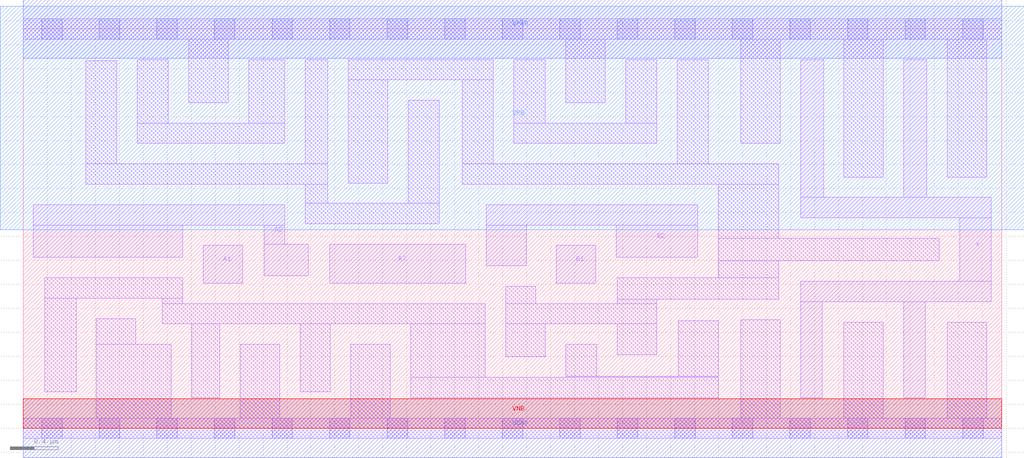
<source format=lef>
# Copyright 2020 The SkyWater PDK Authors
#
# Licensed under the Apache License, Version 2.0 (the "License");
# you may not use this file except in compliance with the License.
# You may obtain a copy of the License at
#
#     https://www.apache.org/licenses/LICENSE-2.0
#
# Unless required by applicable law or agreed to in writing, software
# distributed under the License is distributed on an "AS IS" BASIS,
# WITHOUT WARRANTIES OR CONDITIONS OF ANY KIND, either express or implied.
# See the License for the specific language governing permissions and
# limitations under the License.
#
# SPDX-License-Identifier: Apache-2.0

VERSION 5.7 ;
  NOWIREEXTENSIONATPIN ON ;
  DIVIDERCHAR "/" ;
  BUSBITCHARS "[]" ;
MACRO sky130_fd_sc_lp__o32a_4
  CLASS CORE ;
  FOREIGN sky130_fd_sc_lp__o32a_4 ;
  ORIGIN  0.000000  0.000000 ;
  SIZE  8.160000 BY  3.330000 ;
  SYMMETRY X Y R90 ;
  SITE unit ;
  PIN A1
    ANTENNAGATEAREA  0.630000 ;
    DIRECTION INPUT ;
    USE SIGNAL ;
    PORT
      LAYER li1 ;
        RECT 1.500000 1.210000 1.830000 1.525000 ;
    END
  END A1
  PIN A2
    ANTENNAGATEAREA  0.630000 ;
    DIRECTION INPUT ;
    USE SIGNAL ;
    PORT
      LAYER li1 ;
        RECT 0.085000 1.425000 1.330000 1.695000 ;
        RECT 0.085000 1.695000 2.180000 1.865000 ;
        RECT 2.010000 1.270000 2.375000 1.535000 ;
        RECT 2.010000 1.535000 2.180000 1.695000 ;
    END
  END A2
  PIN A3
    ANTENNAGATEAREA  0.630000 ;
    DIRECTION INPUT ;
    USE SIGNAL ;
    PORT
      LAYER li1 ;
        RECT 2.555000 1.210000 3.690000 1.535000 ;
    END
  END A3
  PIN B1
    ANTENNAGATEAREA  0.630000 ;
    DIRECTION INPUT ;
    USE SIGNAL ;
    PORT
      LAYER li1 ;
        RECT 4.445000 1.210000 4.775000 1.525000 ;
    END
  END B1
  PIN B2
    ANTENNAGATEAREA  0.630000 ;
    DIRECTION INPUT ;
    USE SIGNAL ;
    PORT
      LAYER li1 ;
        RECT 3.860000 1.355000 4.195000 1.695000 ;
        RECT 3.860000 1.695000 5.625000 1.865000 ;
        RECT 4.945000 1.425000 5.625000 1.695000 ;
    END
  END B2
  PIN X
    ANTENNADIFFAREA  1.176000 ;
    DIRECTION OUTPUT ;
    USE SIGNAL ;
    PORT
      LAYER li1 ;
        RECT 6.485000 0.255000 6.665000 1.055000 ;
        RECT 6.485000 1.055000 8.075000 1.225000 ;
        RECT 6.485000 1.755000 8.075000 1.925000 ;
        RECT 6.485000 1.925000 6.675000 3.075000 ;
        RECT 7.345000 0.255000 7.525000 1.055000 ;
        RECT 7.345000 1.925000 7.535000 3.075000 ;
        RECT 7.810000 1.225000 8.075000 1.755000 ;
    END
  END X
  PIN VGND
    DIRECTION INOUT ;
    USE GROUND ;
    PORT
      LAYER met1 ;
        RECT 0.000000 -0.245000 8.160000 0.245000 ;
    END
  END VGND
  PIN VNB
    DIRECTION INOUT ;
    USE GROUND ;
    PORT
      LAYER pwell ;
        RECT 0.000000 0.000000 8.160000 0.245000 ;
    END
  END VNB
  PIN VPB
    DIRECTION INOUT ;
    USE POWER ;
    PORT
      LAYER nwell ;
        RECT -0.190000 1.655000 8.350000 3.520000 ;
    END
  END VPB
  PIN VPWR
    DIRECTION INOUT ;
    USE POWER ;
    PORT
      LAYER met1 ;
        RECT 0.000000 3.085000 8.160000 3.575000 ;
    END
  END VPWR
  OBS
    LAYER li1 ;
      RECT 0.000000 -0.085000 8.160000 0.085000 ;
      RECT 0.000000  3.245000 8.160000 3.415000 ;
      RECT 0.180000  0.305000 0.440000 1.085000 ;
      RECT 0.180000  1.085000 1.330000 1.255000 ;
      RECT 0.520000  2.035000 2.540000 2.205000 ;
      RECT 0.520000  2.205000 0.780000 3.065000 ;
      RECT 0.610000  0.085000 1.235000 0.700000 ;
      RECT 0.610000  0.700000 0.940000 0.915000 ;
      RECT 0.950000  2.375000 2.180000 2.545000 ;
      RECT 0.950000  2.545000 1.210000 3.075000 ;
      RECT 1.160000  0.870000 3.855000 1.040000 ;
      RECT 1.160000  1.040000 1.330000 1.085000 ;
      RECT 1.380000  2.715000 1.710000 3.245000 ;
      RECT 1.405000  0.255000 1.640000 0.870000 ;
      RECT 1.810000  0.085000 2.140000 0.700000 ;
      RECT 1.880000  2.545000 2.180000 3.075000 ;
      RECT 2.310000  0.305000 2.560000 0.870000 ;
      RECT 2.350000  1.705000 3.470000 1.875000 ;
      RECT 2.350000  1.875000 2.540000 2.035000 ;
      RECT 2.350000  2.205000 2.540000 3.075000 ;
      RECT 2.710000  2.045000 3.040000 2.905000 ;
      RECT 2.710000  2.905000 3.920000 3.075000 ;
      RECT 2.730000  0.085000 3.060000 0.700000 ;
      RECT 3.210000  1.875000 3.470000 2.735000 ;
      RECT 3.230000  0.255000 5.795000 0.425000 ;
      RECT 3.230000  0.425000 3.855000 0.870000 ;
      RECT 3.660000  2.035000 6.300000 2.205000 ;
      RECT 3.660000  2.205000 3.920000 2.905000 ;
      RECT 4.025000  0.595000 4.355000 0.870000 ;
      RECT 4.025000  0.870000 5.285000 1.040000 ;
      RECT 4.025000  1.040000 4.275000 1.185000 ;
      RECT 4.090000  2.375000 5.285000 2.545000 ;
      RECT 4.090000  2.545000 4.355000 3.075000 ;
      RECT 4.525000  0.425000 5.795000 0.435000 ;
      RECT 4.525000  0.435000 4.785000 0.700000 ;
      RECT 4.525000  2.715000 4.855000 3.245000 ;
      RECT 4.955000  0.615000 5.285000 0.870000 ;
      RECT 4.955000  1.040000 5.285000 1.075000 ;
      RECT 4.955000  1.075000 6.300000 1.255000 ;
      RECT 5.025000  2.545000 5.285000 3.075000 ;
      RECT 5.455000  2.205000 5.715000 3.075000 ;
      RECT 5.465000  0.435000 5.795000 0.895000 ;
      RECT 5.795000  1.255000 6.300000 1.395000 ;
      RECT 5.795000  1.395000 7.640000 1.585000 ;
      RECT 5.795000  1.585000 6.300000 2.035000 ;
      RECT 5.985000  0.085000 6.315000 0.905000 ;
      RECT 5.985000  2.375000 6.315000 3.245000 ;
      RECT 6.845000  0.085000 7.175000 0.885000 ;
      RECT 6.845000  2.095000 7.175000 3.245000 ;
      RECT 7.705000  0.085000 8.035000 0.885000 ;
      RECT 7.705000  2.095000 8.035000 3.245000 ;
    LAYER mcon ;
      RECT 0.155000 -0.085000 0.325000 0.085000 ;
      RECT 0.155000  3.245000 0.325000 3.415000 ;
      RECT 0.635000 -0.085000 0.805000 0.085000 ;
      RECT 0.635000  3.245000 0.805000 3.415000 ;
      RECT 1.115000 -0.085000 1.285000 0.085000 ;
      RECT 1.115000  3.245000 1.285000 3.415000 ;
      RECT 1.595000 -0.085000 1.765000 0.085000 ;
      RECT 1.595000  3.245000 1.765000 3.415000 ;
      RECT 2.075000 -0.085000 2.245000 0.085000 ;
      RECT 2.075000  3.245000 2.245000 3.415000 ;
      RECT 2.555000 -0.085000 2.725000 0.085000 ;
      RECT 2.555000  3.245000 2.725000 3.415000 ;
      RECT 3.035000 -0.085000 3.205000 0.085000 ;
      RECT 3.035000  3.245000 3.205000 3.415000 ;
      RECT 3.515000 -0.085000 3.685000 0.085000 ;
      RECT 3.515000  3.245000 3.685000 3.415000 ;
      RECT 3.995000 -0.085000 4.165000 0.085000 ;
      RECT 3.995000  3.245000 4.165000 3.415000 ;
      RECT 4.475000 -0.085000 4.645000 0.085000 ;
      RECT 4.475000  3.245000 4.645000 3.415000 ;
      RECT 4.955000 -0.085000 5.125000 0.085000 ;
      RECT 4.955000  3.245000 5.125000 3.415000 ;
      RECT 5.435000 -0.085000 5.605000 0.085000 ;
      RECT 5.435000  3.245000 5.605000 3.415000 ;
      RECT 5.915000 -0.085000 6.085000 0.085000 ;
      RECT 5.915000  3.245000 6.085000 3.415000 ;
      RECT 6.395000 -0.085000 6.565000 0.085000 ;
      RECT 6.395000  3.245000 6.565000 3.415000 ;
      RECT 6.875000 -0.085000 7.045000 0.085000 ;
      RECT 6.875000  3.245000 7.045000 3.415000 ;
      RECT 7.355000 -0.085000 7.525000 0.085000 ;
      RECT 7.355000  3.245000 7.525000 3.415000 ;
      RECT 7.835000 -0.085000 8.005000 0.085000 ;
      RECT 7.835000  3.245000 8.005000 3.415000 ;
  END
END sky130_fd_sc_lp__o32a_4
END LIBRARY

</source>
